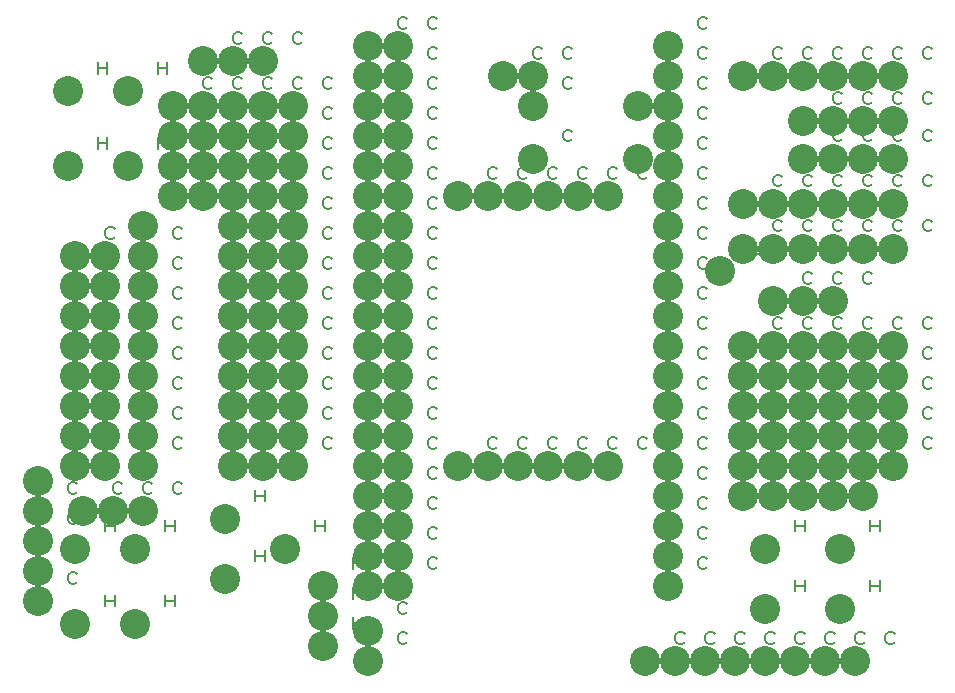
<source format=gbr>
%FSLAX35Y35*%
%MOIN*%
G04 EasyPC Gerber Version 18.0.8 Build 3632 *
%ADD11C,0.00500*%
%ADD75C,0.10000*%
X0Y0D02*
D02*
D11*
X28375Y44313D02*
X28063Y44000D01*
X27437Y43687*
X26500*
X25875Y44000*
X25563Y44313*
X25250Y44937*
Y46187*
X25563Y46813*
X25875Y47125*
X26500Y47437*
X27437*
X28063Y47125*
X28375Y46813*
Y54313D02*
X28063Y54000D01*
X27437Y53687*
X26500*
X25875Y54000*
X25563Y54313*
X25250Y54937*
Y56187*
X25563Y56813*
X25875Y57125*
X26500Y57437*
X27437*
X28063Y57125*
X28375Y56813*
Y64313D02*
X28063Y64000D01*
X27437Y63687*
X26500*
X25875Y64000*
X25563Y64313*
X25250Y64937*
Y66187*
X25563Y66813*
X25875Y67125*
X26500Y67437*
X27437*
X28063Y67125*
X28375Y66813*
Y74313D02*
X28063Y74000D01*
X27437Y73687*
X26500*
X25875Y74000*
X25563Y74313*
X25250Y74937*
Y76187*
X25563Y76813*
X25875Y77125*
X26500Y77437*
X27437*
X28063Y77125*
X28375Y76813*
Y84313D02*
X28063Y84000D01*
X27437Y83687*
X26500*
X25875Y84000*
X25563Y84313*
X25250Y84937*
Y86187*
X25563Y86813*
X25875Y87125*
X26500Y87437*
X27437*
X28063Y87125*
X28375Y86813*
X35250Y188687D02*
Y192437D01*
Y190563D02*
X38375D01*
Y188687D02*
Y192437D01*
X35250Y213687D02*
Y217437D01*
Y215563D02*
X38375D01*
Y213687D02*
Y217437D01*
X37750Y36187D02*
Y39937D01*
Y38063D02*
X40875D01*
Y36187D02*
Y39937D01*
X37750Y61187D02*
Y64937D01*
Y63063D02*
X40875D01*
Y61187D02*
Y64937D01*
Y89313D02*
X40563Y89000D01*
X39937Y88687*
X39000*
X38375Y89000*
X38063Y89313*
X37750Y89937*
Y91187*
X38063Y91813*
X38375Y92125*
X39000Y92437*
X39937*
X40563Y92125*
X40875Y91813*
Y99313D02*
X40563Y99000D01*
X39937Y98687*
X39000*
X38375Y99000*
X38063Y99313*
X37750Y99937*
Y101187*
X38063Y101813*
X38375Y102125*
X39000Y102437*
X39937*
X40563Y102125*
X40875Y101813*
Y109313D02*
X40563Y109000D01*
X39937Y108687*
X39000*
X38375Y109000*
X38063Y109313*
X37750Y109937*
Y111187*
X38063Y111813*
X38375Y112125*
X39000Y112437*
X39937*
X40563Y112125*
X40875Y111813*
Y119313D02*
X40563Y119000D01*
X39937Y118687*
X39000*
X38375Y119000*
X38063Y119313*
X37750Y119937*
Y121187*
X38063Y121813*
X38375Y122125*
X39000Y122437*
X39937*
X40563Y122125*
X40875Y121813*
Y129313D02*
X40563Y129000D01*
X39937Y128687*
X39000*
X38375Y129000*
X38063Y129313*
X37750Y129937*
Y131187*
X38063Y131813*
X38375Y132125*
X39000Y132437*
X39937*
X40563Y132125*
X40875Y131813*
Y139313D02*
X40563Y139000D01*
X39937Y138687*
X39000*
X38375Y139000*
X38063Y139313*
X37750Y139937*
Y141187*
X38063Y141813*
X38375Y142125*
X39000Y142437*
X39937*
X40563Y142125*
X40875Y141813*
Y149313D02*
X40563Y149000D01*
X39937Y148687*
X39000*
X38375Y149000*
X38063Y149313*
X37750Y149937*
Y151187*
X38063Y151813*
X38375Y152125*
X39000Y152437*
X39937*
X40563Y152125*
X40875Y151813*
Y159313D02*
X40563Y159000D01*
X39937Y158687*
X39000*
X38375Y159000*
X38063Y159313*
X37750Y159937*
Y161187*
X38063Y161813*
X38375Y162125*
X39000Y162437*
X39937*
X40563Y162125*
X40875Y161813*
X43375Y74313D02*
X43063Y74000D01*
X42437Y73687*
X41500*
X40875Y74000*
X40563Y74313*
X40250Y74937*
Y76187*
X40563Y76813*
X40875Y77125*
X41500Y77437*
X42437*
X43063Y77125*
X43375Y76813*
X50875Y89313D02*
X50563Y89000D01*
X49937Y88687*
X49000*
X48375Y89000*
X48063Y89313*
X47750Y89937*
Y91187*
X48063Y91813*
X48375Y92125*
X49000Y92437*
X49937*
X50563Y92125*
X50875Y91813*
Y99313D02*
X50563Y99000D01*
X49937Y98687*
X49000*
X48375Y99000*
X48063Y99313*
X47750Y99937*
Y101187*
X48063Y101813*
X48375Y102125*
X49000Y102437*
X49937*
X50563Y102125*
X50875Y101813*
Y109313D02*
X50563Y109000D01*
X49937Y108687*
X49000*
X48375Y109000*
X48063Y109313*
X47750Y109937*
Y111187*
X48063Y111813*
X48375Y112125*
X49000Y112437*
X49937*
X50563Y112125*
X50875Y111813*
Y119313D02*
X50563Y119000D01*
X49937Y118687*
X49000*
X48375Y119000*
X48063Y119313*
X47750Y119937*
Y121187*
X48063Y121813*
X48375Y122125*
X49000Y122437*
X49937*
X50563Y122125*
X50875Y121813*
Y129313D02*
X50563Y129000D01*
X49937Y128687*
X49000*
X48375Y129000*
X48063Y129313*
X47750Y129937*
Y131187*
X48063Y131813*
X48375Y132125*
X49000Y132437*
X49937*
X50563Y132125*
X50875Y131813*
Y139313D02*
X50563Y139000D01*
X49937Y138687*
X49000*
X48375Y139000*
X48063Y139313*
X47750Y139937*
Y141187*
X48063Y141813*
X48375Y142125*
X49000Y142437*
X49937*
X50563Y142125*
X50875Y141813*
Y149313D02*
X50563Y149000D01*
X49937Y148687*
X49000*
X48375Y149000*
X48063Y149313*
X47750Y149937*
Y151187*
X48063Y151813*
X48375Y152125*
X49000Y152437*
X49937*
X50563Y152125*
X50875Y151813*
Y159313D02*
X50563Y159000D01*
X49937Y158687*
X49000*
X48375Y159000*
X48063Y159313*
X47750Y159937*
Y161187*
X48063Y161813*
X48375Y162125*
X49000Y162437*
X49937*
X50563Y162125*
X50875Y161813*
X53375Y74313D02*
X53063Y74000D01*
X52437Y73687*
X51500*
X50875Y74000*
X50563Y74313*
X50250Y74937*
Y76187*
X50563Y76813*
X50875Y77125*
X51500Y77437*
X52437*
X53063Y77125*
X53375Y76813*
X55250Y188687D02*
Y192437D01*
Y190563D02*
X58375D01*
Y188687D02*
Y192437D01*
X55250Y213687D02*
Y217437D01*
Y215563D02*
X58375D01*
Y213687D02*
Y217437D01*
X57750Y36187D02*
Y39937D01*
Y38063D02*
X60875D01*
Y36187D02*
Y39937D01*
X57750Y61187D02*
Y64937D01*
Y63063D02*
X60875D01*
Y61187D02*
Y64937D01*
X63375Y74313D02*
X63063Y74000D01*
X62437Y73687*
X61500*
X60875Y74000*
X60563Y74313*
X60250Y74937*
Y76187*
X60563Y76813*
X60875Y77125*
X61500Y77437*
X62437*
X63063Y77125*
X63375Y76813*
Y89313D02*
X63063Y89000D01*
X62437Y88687*
X61500*
X60875Y89000*
X60563Y89313*
X60250Y89937*
Y91187*
X60563Y91813*
X60875Y92125*
X61500Y92437*
X62437*
X63063Y92125*
X63375Y91813*
Y99313D02*
X63063Y99000D01*
X62437Y98687*
X61500*
X60875Y99000*
X60563Y99313*
X60250Y99937*
Y101187*
X60563Y101813*
X60875Y102125*
X61500Y102437*
X62437*
X63063Y102125*
X63375Y101813*
Y109313D02*
X63063Y109000D01*
X62437Y108687*
X61500*
X60875Y109000*
X60563Y109313*
X60250Y109937*
Y111187*
X60563Y111813*
X60875Y112125*
X61500Y112437*
X62437*
X63063Y112125*
X63375Y111813*
Y119313D02*
X63063Y119000D01*
X62437Y118687*
X61500*
X60875Y119000*
X60563Y119313*
X60250Y119937*
Y121187*
X60563Y121813*
X60875Y122125*
X61500Y122437*
X62437*
X63063Y122125*
X63375Y121813*
Y129313D02*
X63063Y129000D01*
X62437Y128687*
X61500*
X60875Y129000*
X60563Y129313*
X60250Y129937*
Y131187*
X60563Y131813*
X60875Y132125*
X61500Y132437*
X62437*
X63063Y132125*
X63375Y131813*
Y139313D02*
X63063Y139000D01*
X62437Y138687*
X61500*
X60875Y139000*
X60563Y139313*
X60250Y139937*
Y141187*
X60563Y141813*
X60875Y142125*
X61500Y142437*
X62437*
X63063Y142125*
X63375Y141813*
Y149313D02*
X63063Y149000D01*
X62437Y148687*
X61500*
X60875Y149000*
X60563Y149313*
X60250Y149937*
Y151187*
X60563Y151813*
X60875Y152125*
X61500Y152437*
X62437*
X63063Y152125*
X63375Y151813*
Y159313D02*
X63063Y159000D01*
X62437Y158687*
X61500*
X60875Y159000*
X60563Y159313*
X60250Y159937*
Y161187*
X60563Y161813*
X60875Y162125*
X61500Y162437*
X62437*
X63063Y162125*
X63375Y161813*
Y169313D02*
X63063Y169000D01*
X62437Y168687*
X61500*
X60875Y169000*
X60563Y169313*
X60250Y169937*
Y171187*
X60563Y171813*
X60875Y172125*
X61500Y172437*
X62437*
X63063Y172125*
X63375Y171813*
X73375Y179313D02*
X73063Y179000D01*
X72437Y178687*
X71500*
X70875Y179000*
X70563Y179313*
X70250Y179937*
Y181187*
X70563Y181813*
X70875Y182125*
X71500Y182437*
X72437*
X73063Y182125*
X73375Y181813*
Y189313D02*
X73063Y189000D01*
X72437Y188687*
X71500*
X70875Y189000*
X70563Y189313*
X70250Y189937*
Y191187*
X70563Y191813*
X70875Y192125*
X71500Y192437*
X72437*
X73063Y192125*
X73375Y191813*
Y199313D02*
X73063Y199000D01*
X72437Y198687*
X71500*
X70875Y199000*
X70563Y199313*
X70250Y199937*
Y201187*
X70563Y201813*
X70875Y202125*
X71500Y202437*
X72437*
X73063Y202125*
X73375Y201813*
Y209313D02*
X73063Y209000D01*
X72437Y208687*
X71500*
X70875Y209000*
X70563Y209313*
X70250Y209937*
Y211187*
X70563Y211813*
X70875Y212125*
X71500Y212437*
X72437*
X73063Y212125*
X73375Y211813*
X83375Y179313D02*
X83063Y179000D01*
X82437Y178687*
X81500*
X80875Y179000*
X80563Y179313*
X80250Y179937*
Y181187*
X80563Y181813*
X80875Y182125*
X81500Y182437*
X82437*
X83063Y182125*
X83375Y181813*
Y189313D02*
X83063Y189000D01*
X82437Y188687*
X81500*
X80875Y189000*
X80563Y189313*
X80250Y189937*
Y191187*
X80563Y191813*
X80875Y192125*
X81500Y192437*
X82437*
X83063Y192125*
X83375Y191813*
Y199313D02*
X83063Y199000D01*
X82437Y198687*
X81500*
X80875Y199000*
X80563Y199313*
X80250Y199937*
Y201187*
X80563Y201813*
X80875Y202125*
X81500Y202437*
X82437*
X83063Y202125*
X83375Y201813*
Y209313D02*
X83063Y209000D01*
X82437Y208687*
X81500*
X80875Y209000*
X80563Y209313*
X80250Y209937*
Y211187*
X80563Y211813*
X80875Y212125*
X81500Y212437*
X82437*
X83063Y212125*
X83375Y211813*
Y224313D02*
X83063Y224000D01*
X82437Y223687*
X81500*
X80875Y224000*
X80563Y224313*
X80250Y224937*
Y226187*
X80563Y226813*
X80875Y227125*
X81500Y227437*
X82437*
X83063Y227125*
X83375Y226813*
X87750Y51187D02*
Y54937D01*
Y53063D02*
X90875D01*
Y51187D02*
Y54937D01*
X87750Y71187D02*
Y74937D01*
Y73063D02*
X90875D01*
Y71187D02*
Y74937D01*
X93375Y89313D02*
X93063Y89000D01*
X92437Y88687*
X91500*
X90875Y89000*
X90563Y89313*
X90250Y89937*
Y91187*
X90563Y91813*
X90875Y92125*
X91500Y92437*
X92437*
X93063Y92125*
X93375Y91813*
Y99313D02*
X93063Y99000D01*
X92437Y98687*
X91500*
X90875Y99000*
X90563Y99313*
X90250Y99937*
Y101187*
X90563Y101813*
X90875Y102125*
X91500Y102437*
X92437*
X93063Y102125*
X93375Y101813*
Y109313D02*
X93063Y109000D01*
X92437Y108687*
X91500*
X90875Y109000*
X90563Y109313*
X90250Y109937*
Y111187*
X90563Y111813*
X90875Y112125*
X91500Y112437*
X92437*
X93063Y112125*
X93375Y111813*
Y119313D02*
X93063Y119000D01*
X92437Y118687*
X91500*
X90875Y119000*
X90563Y119313*
X90250Y119937*
Y121187*
X90563Y121813*
X90875Y122125*
X91500Y122437*
X92437*
X93063Y122125*
X93375Y121813*
Y129313D02*
X93063Y129000D01*
X92437Y128687*
X91500*
X90875Y129000*
X90563Y129313*
X90250Y129937*
Y131187*
X90563Y131813*
X90875Y132125*
X91500Y132437*
X92437*
X93063Y132125*
X93375Y131813*
Y139313D02*
X93063Y139000D01*
X92437Y138687*
X91500*
X90875Y139000*
X90563Y139313*
X90250Y139937*
Y141187*
X90563Y141813*
X90875Y142125*
X91500Y142437*
X92437*
X93063Y142125*
X93375Y141813*
Y149313D02*
X93063Y149000D01*
X92437Y148687*
X91500*
X90875Y149000*
X90563Y149313*
X90250Y149937*
Y151187*
X90563Y151813*
X90875Y152125*
X91500Y152437*
X92437*
X93063Y152125*
X93375Y151813*
Y159313D02*
X93063Y159000D01*
X92437Y158687*
X91500*
X90875Y159000*
X90563Y159313*
X90250Y159937*
Y161187*
X90563Y161813*
X90875Y162125*
X91500Y162437*
X92437*
X93063Y162125*
X93375Y161813*
Y169313D02*
X93063Y169000D01*
X92437Y168687*
X91500*
X90875Y169000*
X90563Y169313*
X90250Y169937*
Y171187*
X90563Y171813*
X90875Y172125*
X91500Y172437*
X92437*
X93063Y172125*
X93375Y171813*
Y179313D02*
X93063Y179000D01*
X92437Y178687*
X91500*
X90875Y179000*
X90563Y179313*
X90250Y179937*
Y181187*
X90563Y181813*
X90875Y182125*
X91500Y182437*
X92437*
X93063Y182125*
X93375Y181813*
Y189313D02*
X93063Y189000D01*
X92437Y188687*
X91500*
X90875Y189000*
X90563Y189313*
X90250Y189937*
Y191187*
X90563Y191813*
X90875Y192125*
X91500Y192437*
X92437*
X93063Y192125*
X93375Y191813*
Y199313D02*
X93063Y199000D01*
X92437Y198687*
X91500*
X90875Y199000*
X90563Y199313*
X90250Y199937*
Y201187*
X90563Y201813*
X90875Y202125*
X91500Y202437*
X92437*
X93063Y202125*
X93375Y201813*
Y209313D02*
X93063Y209000D01*
X92437Y208687*
X91500*
X90875Y209000*
X90563Y209313*
X90250Y209937*
Y211187*
X90563Y211813*
X90875Y212125*
X91500Y212437*
X92437*
X93063Y212125*
X93375Y211813*
Y224313D02*
X93063Y224000D01*
X92437Y223687*
X91500*
X90875Y224000*
X90563Y224313*
X90250Y224937*
Y226187*
X90563Y226813*
X90875Y227125*
X91500Y227437*
X92437*
X93063Y227125*
X93375Y226813*
X103375Y89313D02*
X103063Y89000D01*
X102437Y88687*
X101500*
X100875Y89000*
X100563Y89313*
X100250Y89937*
Y91187*
X100563Y91813*
X100875Y92125*
X101500Y92437*
X102437*
X103063Y92125*
X103375Y91813*
Y99313D02*
X103063Y99000D01*
X102437Y98687*
X101500*
X100875Y99000*
X100563Y99313*
X100250Y99937*
Y101187*
X100563Y101813*
X100875Y102125*
X101500Y102437*
X102437*
X103063Y102125*
X103375Y101813*
Y109313D02*
X103063Y109000D01*
X102437Y108687*
X101500*
X100875Y109000*
X100563Y109313*
X100250Y109937*
Y111187*
X100563Y111813*
X100875Y112125*
X101500Y112437*
X102437*
X103063Y112125*
X103375Y111813*
Y119313D02*
X103063Y119000D01*
X102437Y118687*
X101500*
X100875Y119000*
X100563Y119313*
X100250Y119937*
Y121187*
X100563Y121813*
X100875Y122125*
X101500Y122437*
X102437*
X103063Y122125*
X103375Y121813*
Y129313D02*
X103063Y129000D01*
X102437Y128687*
X101500*
X100875Y129000*
X100563Y129313*
X100250Y129937*
Y131187*
X100563Y131813*
X100875Y132125*
X101500Y132437*
X102437*
X103063Y132125*
X103375Y131813*
Y139313D02*
X103063Y139000D01*
X102437Y138687*
X101500*
X100875Y139000*
X100563Y139313*
X100250Y139937*
Y141187*
X100563Y141813*
X100875Y142125*
X101500Y142437*
X102437*
X103063Y142125*
X103375Y141813*
Y149313D02*
X103063Y149000D01*
X102437Y148687*
X101500*
X100875Y149000*
X100563Y149313*
X100250Y149937*
Y151187*
X100563Y151813*
X100875Y152125*
X101500Y152437*
X102437*
X103063Y152125*
X103375Y151813*
Y159313D02*
X103063Y159000D01*
X102437Y158687*
X101500*
X100875Y159000*
X100563Y159313*
X100250Y159937*
Y161187*
X100563Y161813*
X100875Y162125*
X101500Y162437*
X102437*
X103063Y162125*
X103375Y161813*
Y169313D02*
X103063Y169000D01*
X102437Y168687*
X101500*
X100875Y169000*
X100563Y169313*
X100250Y169937*
Y171187*
X100563Y171813*
X100875Y172125*
X101500Y172437*
X102437*
X103063Y172125*
X103375Y171813*
Y179313D02*
X103063Y179000D01*
X102437Y178687*
X101500*
X100875Y179000*
X100563Y179313*
X100250Y179937*
Y181187*
X100563Y181813*
X100875Y182125*
X101500Y182437*
X102437*
X103063Y182125*
X103375Y181813*
Y189313D02*
X103063Y189000D01*
X102437Y188687*
X101500*
X100875Y189000*
X100563Y189313*
X100250Y189937*
Y191187*
X100563Y191813*
X100875Y192125*
X101500Y192437*
X102437*
X103063Y192125*
X103375Y191813*
Y199313D02*
X103063Y199000D01*
X102437Y198687*
X101500*
X100875Y199000*
X100563Y199313*
X100250Y199937*
Y201187*
X100563Y201813*
X100875Y202125*
X101500Y202437*
X102437*
X103063Y202125*
X103375Y201813*
Y209313D02*
X103063Y209000D01*
X102437Y208687*
X101500*
X100875Y209000*
X100563Y209313*
X100250Y209937*
Y211187*
X100563Y211813*
X100875Y212125*
X101500Y212437*
X102437*
X103063Y212125*
X103375Y211813*
Y224313D02*
X103063Y224000D01*
X102437Y223687*
X101500*
X100875Y224000*
X100563Y224313*
X100250Y224937*
Y226187*
X100563Y226813*
X100875Y227125*
X101500Y227437*
X102437*
X103063Y227125*
X103375Y226813*
X107750Y61187D02*
Y64937D01*
Y63063D02*
X110875D01*
Y61187D02*
Y64937D01*
X113375Y89313D02*
X113063Y89000D01*
X112437Y88687*
X111500*
X110875Y89000*
X110563Y89313*
X110250Y89937*
Y91187*
X110563Y91813*
X110875Y92125*
X111500Y92437*
X112437*
X113063Y92125*
X113375Y91813*
Y99313D02*
X113063Y99000D01*
X112437Y98687*
X111500*
X110875Y99000*
X110563Y99313*
X110250Y99937*
Y101187*
X110563Y101813*
X110875Y102125*
X111500Y102437*
X112437*
X113063Y102125*
X113375Y101813*
Y109313D02*
X113063Y109000D01*
X112437Y108687*
X111500*
X110875Y109000*
X110563Y109313*
X110250Y109937*
Y111187*
X110563Y111813*
X110875Y112125*
X111500Y112437*
X112437*
X113063Y112125*
X113375Y111813*
Y119313D02*
X113063Y119000D01*
X112437Y118687*
X111500*
X110875Y119000*
X110563Y119313*
X110250Y119937*
Y121187*
X110563Y121813*
X110875Y122125*
X111500Y122437*
X112437*
X113063Y122125*
X113375Y121813*
Y129313D02*
X113063Y129000D01*
X112437Y128687*
X111500*
X110875Y129000*
X110563Y129313*
X110250Y129937*
Y131187*
X110563Y131813*
X110875Y132125*
X111500Y132437*
X112437*
X113063Y132125*
X113375Y131813*
Y139313D02*
X113063Y139000D01*
X112437Y138687*
X111500*
X110875Y139000*
X110563Y139313*
X110250Y139937*
Y141187*
X110563Y141813*
X110875Y142125*
X111500Y142437*
X112437*
X113063Y142125*
X113375Y141813*
Y149313D02*
X113063Y149000D01*
X112437Y148687*
X111500*
X110875Y149000*
X110563Y149313*
X110250Y149937*
Y151187*
X110563Y151813*
X110875Y152125*
X111500Y152437*
X112437*
X113063Y152125*
X113375Y151813*
Y159313D02*
X113063Y159000D01*
X112437Y158687*
X111500*
X110875Y159000*
X110563Y159313*
X110250Y159937*
Y161187*
X110563Y161813*
X110875Y162125*
X111500Y162437*
X112437*
X113063Y162125*
X113375Y161813*
Y169313D02*
X113063Y169000D01*
X112437Y168687*
X111500*
X110875Y169000*
X110563Y169313*
X110250Y169937*
Y171187*
X110563Y171813*
X110875Y172125*
X111500Y172437*
X112437*
X113063Y172125*
X113375Y171813*
Y179313D02*
X113063Y179000D01*
X112437Y178687*
X111500*
X110875Y179000*
X110563Y179313*
X110250Y179937*
Y181187*
X110563Y181813*
X110875Y182125*
X111500Y182437*
X112437*
X113063Y182125*
X113375Y181813*
Y189313D02*
X113063Y189000D01*
X112437Y188687*
X111500*
X110875Y189000*
X110563Y189313*
X110250Y189937*
Y191187*
X110563Y191813*
X110875Y192125*
X111500Y192437*
X112437*
X113063Y192125*
X113375Y191813*
Y199313D02*
X113063Y199000D01*
X112437Y198687*
X111500*
X110875Y199000*
X110563Y199313*
X110250Y199937*
Y201187*
X110563Y201813*
X110875Y202125*
X111500Y202437*
X112437*
X113063Y202125*
X113375Y201813*
Y209313D02*
X113063Y209000D01*
X112437Y208687*
X111500*
X110875Y209000*
X110563Y209313*
X110250Y209937*
Y211187*
X110563Y211813*
X110875Y212125*
X111500Y212437*
X112437*
X113063Y212125*
X113375Y211813*
X120250Y28687D02*
Y32437D01*
Y30563D02*
X123375D01*
Y28687D02*
Y32437D01*
X120250Y38687D02*
Y42437D01*
Y40563D02*
X123375D01*
Y38687D02*
Y42437D01*
X120250Y48687D02*
Y52437D01*
Y50563D02*
X123375D01*
Y48687D02*
Y52437D01*
X138375Y24313D02*
X138063Y24000D01*
X137437Y23687*
X136500*
X135875Y24000*
X135563Y24313*
X135250Y24937*
Y26187*
X135563Y26813*
X135875Y27125*
X136500Y27437*
X137437*
X138063Y27125*
X138375Y26813*
Y34313D02*
X138063Y34000D01*
X137437Y33687*
X136500*
X135875Y34000*
X135563Y34313*
X135250Y34937*
Y36187*
X135563Y36813*
X135875Y37125*
X136500Y37437*
X137437*
X138063Y37125*
X138375Y36813*
Y49313D02*
X138063Y49000D01*
X137437Y48687*
X136500*
X135875Y49000*
X135563Y49313*
X135250Y49937*
Y51187*
X135563Y51813*
X135875Y52125*
X136500Y52437*
X137437*
X138063Y52125*
X138375Y51813*
Y59313D02*
X138063Y59000D01*
X137437Y58687*
X136500*
X135875Y59000*
X135563Y59313*
X135250Y59937*
Y61187*
X135563Y61813*
X135875Y62125*
X136500Y62437*
X137437*
X138063Y62125*
X138375Y61813*
Y69313D02*
X138063Y69000D01*
X137437Y68687*
X136500*
X135875Y69000*
X135563Y69313*
X135250Y69937*
Y71187*
X135563Y71813*
X135875Y72125*
X136500Y72437*
X137437*
X138063Y72125*
X138375Y71813*
Y79313D02*
X138063Y79000D01*
X137437Y78687*
X136500*
X135875Y79000*
X135563Y79313*
X135250Y79937*
Y81187*
X135563Y81813*
X135875Y82125*
X136500Y82437*
X137437*
X138063Y82125*
X138375Y81813*
Y89313D02*
X138063Y89000D01*
X137437Y88687*
X136500*
X135875Y89000*
X135563Y89313*
X135250Y89937*
Y91187*
X135563Y91813*
X135875Y92125*
X136500Y92437*
X137437*
X138063Y92125*
X138375Y91813*
Y99313D02*
X138063Y99000D01*
X137437Y98687*
X136500*
X135875Y99000*
X135563Y99313*
X135250Y99937*
Y101187*
X135563Y101813*
X135875Y102125*
X136500Y102437*
X137437*
X138063Y102125*
X138375Y101813*
Y109313D02*
X138063Y109000D01*
X137437Y108687*
X136500*
X135875Y109000*
X135563Y109313*
X135250Y109937*
Y111187*
X135563Y111813*
X135875Y112125*
X136500Y112437*
X137437*
X138063Y112125*
X138375Y111813*
Y119313D02*
X138063Y119000D01*
X137437Y118687*
X136500*
X135875Y119000*
X135563Y119313*
X135250Y119937*
Y121187*
X135563Y121813*
X135875Y122125*
X136500Y122437*
X137437*
X138063Y122125*
X138375Y121813*
Y129313D02*
X138063Y129000D01*
X137437Y128687*
X136500*
X135875Y129000*
X135563Y129313*
X135250Y129937*
Y131187*
X135563Y131813*
X135875Y132125*
X136500Y132437*
X137437*
X138063Y132125*
X138375Y131813*
Y139313D02*
X138063Y139000D01*
X137437Y138687*
X136500*
X135875Y139000*
X135563Y139313*
X135250Y139937*
Y141187*
X135563Y141813*
X135875Y142125*
X136500Y142437*
X137437*
X138063Y142125*
X138375Y141813*
Y149313D02*
X138063Y149000D01*
X137437Y148687*
X136500*
X135875Y149000*
X135563Y149313*
X135250Y149937*
Y151187*
X135563Y151813*
X135875Y152125*
X136500Y152437*
X137437*
X138063Y152125*
X138375Y151813*
Y159313D02*
X138063Y159000D01*
X137437Y158687*
X136500*
X135875Y159000*
X135563Y159313*
X135250Y159937*
Y161187*
X135563Y161813*
X135875Y162125*
X136500Y162437*
X137437*
X138063Y162125*
X138375Y161813*
Y169313D02*
X138063Y169000D01*
X137437Y168687*
X136500*
X135875Y169000*
X135563Y169313*
X135250Y169937*
Y171187*
X135563Y171813*
X135875Y172125*
X136500Y172437*
X137437*
X138063Y172125*
X138375Y171813*
Y179313D02*
X138063Y179000D01*
X137437Y178687*
X136500*
X135875Y179000*
X135563Y179313*
X135250Y179937*
Y181187*
X135563Y181813*
X135875Y182125*
X136500Y182437*
X137437*
X138063Y182125*
X138375Y181813*
Y189313D02*
X138063Y189000D01*
X137437Y188687*
X136500*
X135875Y189000*
X135563Y189313*
X135250Y189937*
Y191187*
X135563Y191813*
X135875Y192125*
X136500Y192437*
X137437*
X138063Y192125*
X138375Y191813*
Y199313D02*
X138063Y199000D01*
X137437Y198687*
X136500*
X135875Y199000*
X135563Y199313*
X135250Y199937*
Y201187*
X135563Y201813*
X135875Y202125*
X136500Y202437*
X137437*
X138063Y202125*
X138375Y201813*
Y209313D02*
X138063Y209000D01*
X137437Y208687*
X136500*
X135875Y209000*
X135563Y209313*
X135250Y209937*
Y211187*
X135563Y211813*
X135875Y212125*
X136500Y212437*
X137437*
X138063Y212125*
X138375Y211813*
Y219313D02*
X138063Y219000D01*
X137437Y218687*
X136500*
X135875Y219000*
X135563Y219313*
X135250Y219937*
Y221187*
X135563Y221813*
X135875Y222125*
X136500Y222437*
X137437*
X138063Y222125*
X138375Y221813*
Y229313D02*
X138063Y229000D01*
X137437Y228687*
X136500*
X135875Y229000*
X135563Y229313*
X135250Y229937*
Y231187*
X135563Y231813*
X135875Y232125*
X136500Y232437*
X137437*
X138063Y232125*
X138375Y231813*
X148375Y49313D02*
X148063Y49000D01*
X147437Y48687*
X146500*
X145875Y49000*
X145563Y49313*
X145250Y49937*
Y51187*
X145563Y51813*
X145875Y52125*
X146500Y52437*
X147437*
X148063Y52125*
X148375Y51813*
Y59313D02*
X148063Y59000D01*
X147437Y58687*
X146500*
X145875Y59000*
X145563Y59313*
X145250Y59937*
Y61187*
X145563Y61813*
X145875Y62125*
X146500Y62437*
X147437*
X148063Y62125*
X148375Y61813*
Y69313D02*
X148063Y69000D01*
X147437Y68687*
X146500*
X145875Y69000*
X145563Y69313*
X145250Y69937*
Y71187*
X145563Y71813*
X145875Y72125*
X146500Y72437*
X147437*
X148063Y72125*
X148375Y71813*
Y79313D02*
X148063Y79000D01*
X147437Y78687*
X146500*
X145875Y79000*
X145563Y79313*
X145250Y79937*
Y81187*
X145563Y81813*
X145875Y82125*
X146500Y82437*
X147437*
X148063Y82125*
X148375Y81813*
Y89313D02*
X148063Y89000D01*
X147437Y88687*
X146500*
X145875Y89000*
X145563Y89313*
X145250Y89937*
Y91187*
X145563Y91813*
X145875Y92125*
X146500Y92437*
X147437*
X148063Y92125*
X148375Y91813*
Y99313D02*
X148063Y99000D01*
X147437Y98687*
X146500*
X145875Y99000*
X145563Y99313*
X145250Y99937*
Y101187*
X145563Y101813*
X145875Y102125*
X146500Y102437*
X147437*
X148063Y102125*
X148375Y101813*
Y109313D02*
X148063Y109000D01*
X147437Y108687*
X146500*
X145875Y109000*
X145563Y109313*
X145250Y109937*
Y111187*
X145563Y111813*
X145875Y112125*
X146500Y112437*
X147437*
X148063Y112125*
X148375Y111813*
Y119313D02*
X148063Y119000D01*
X147437Y118687*
X146500*
X145875Y119000*
X145563Y119313*
X145250Y119937*
Y121187*
X145563Y121813*
X145875Y122125*
X146500Y122437*
X147437*
X148063Y122125*
X148375Y121813*
Y129313D02*
X148063Y129000D01*
X147437Y128687*
X146500*
X145875Y129000*
X145563Y129313*
X145250Y129937*
Y131187*
X145563Y131813*
X145875Y132125*
X146500Y132437*
X147437*
X148063Y132125*
X148375Y131813*
Y139313D02*
X148063Y139000D01*
X147437Y138687*
X146500*
X145875Y139000*
X145563Y139313*
X145250Y139937*
Y141187*
X145563Y141813*
X145875Y142125*
X146500Y142437*
X147437*
X148063Y142125*
X148375Y141813*
Y149313D02*
X148063Y149000D01*
X147437Y148687*
X146500*
X145875Y149000*
X145563Y149313*
X145250Y149937*
Y151187*
X145563Y151813*
X145875Y152125*
X146500Y152437*
X147437*
X148063Y152125*
X148375Y151813*
Y159313D02*
X148063Y159000D01*
X147437Y158687*
X146500*
X145875Y159000*
X145563Y159313*
X145250Y159937*
Y161187*
X145563Y161813*
X145875Y162125*
X146500Y162437*
X147437*
X148063Y162125*
X148375Y161813*
Y169313D02*
X148063Y169000D01*
X147437Y168687*
X146500*
X145875Y169000*
X145563Y169313*
X145250Y169937*
Y171187*
X145563Y171813*
X145875Y172125*
X146500Y172437*
X147437*
X148063Y172125*
X148375Y171813*
Y179313D02*
X148063Y179000D01*
X147437Y178687*
X146500*
X145875Y179000*
X145563Y179313*
X145250Y179937*
Y181187*
X145563Y181813*
X145875Y182125*
X146500Y182437*
X147437*
X148063Y182125*
X148375Y181813*
Y189313D02*
X148063Y189000D01*
X147437Y188687*
X146500*
X145875Y189000*
X145563Y189313*
X145250Y189937*
Y191187*
X145563Y191813*
X145875Y192125*
X146500Y192437*
X147437*
X148063Y192125*
X148375Y191813*
Y199313D02*
X148063Y199000D01*
X147437Y198687*
X146500*
X145875Y199000*
X145563Y199313*
X145250Y199937*
Y201187*
X145563Y201813*
X145875Y202125*
X146500Y202437*
X147437*
X148063Y202125*
X148375Y201813*
Y209313D02*
X148063Y209000D01*
X147437Y208687*
X146500*
X145875Y209000*
X145563Y209313*
X145250Y209937*
Y211187*
X145563Y211813*
X145875Y212125*
X146500Y212437*
X147437*
X148063Y212125*
X148375Y211813*
Y219313D02*
X148063Y219000D01*
X147437Y218687*
X146500*
X145875Y219000*
X145563Y219313*
X145250Y219937*
Y221187*
X145563Y221813*
X145875Y222125*
X146500Y222437*
X147437*
X148063Y222125*
X148375Y221813*
Y229313D02*
X148063Y229000D01*
X147437Y228687*
X146500*
X145875Y229000*
X145563Y229313*
X145250Y229937*
Y231187*
X145563Y231813*
X145875Y232125*
X146500Y232437*
X147437*
X148063Y232125*
X148375Y231813*
X168375Y89313D02*
X168063Y89000D01*
X167437Y88687*
X166500*
X165875Y89000*
X165563Y89313*
X165250Y89937*
Y91187*
X165563Y91813*
X165875Y92125*
X166500Y92437*
X167437*
X168063Y92125*
X168375Y91813*
Y179313D02*
X168063Y179000D01*
X167437Y178687*
X166500*
X165875Y179000*
X165563Y179313*
X165250Y179937*
Y181187*
X165563Y181813*
X165875Y182125*
X166500Y182437*
X167437*
X168063Y182125*
X168375Y181813*
X178375Y89313D02*
X178063Y89000D01*
X177437Y88687*
X176500*
X175875Y89000*
X175563Y89313*
X175250Y89937*
Y91187*
X175563Y91813*
X175875Y92125*
X176500Y92437*
X177437*
X178063Y92125*
X178375Y91813*
Y179313D02*
X178063Y179000D01*
X177437Y178687*
X176500*
X175875Y179000*
X175563Y179313*
X175250Y179937*
Y181187*
X175563Y181813*
X175875Y182125*
X176500Y182437*
X177437*
X178063Y182125*
X178375Y181813*
X183375Y219313D02*
X183063Y219000D01*
X182437Y218687*
X181500*
X180875Y219000*
X180563Y219313*
X180250Y219937*
Y221187*
X180563Y221813*
X180875Y222125*
X181500Y222437*
X182437*
X183063Y222125*
X183375Y221813*
X188375Y89313D02*
X188063Y89000D01*
X187437Y88687*
X186500*
X185875Y89000*
X185563Y89313*
X185250Y89937*
Y91187*
X185563Y91813*
X185875Y92125*
X186500Y92437*
X187437*
X188063Y92125*
X188375Y91813*
Y179313D02*
X188063Y179000D01*
X187437Y178687*
X186500*
X185875Y179000*
X185563Y179313*
X185250Y179937*
Y181187*
X185563Y181813*
X185875Y182125*
X186500Y182437*
X187437*
X188063Y182125*
X188375Y181813*
X193375Y191813D02*
X193063Y191500D01*
X192437Y191187*
X191500*
X190875Y191500*
X190563Y191813*
X190250Y192437*
Y193687*
X190563Y194313*
X190875Y194625*
X191500Y194937*
X192437*
X193063Y194625*
X193375Y194313*
Y209313D02*
X193063Y209000D01*
X192437Y208687*
X191500*
X190875Y209000*
X190563Y209313*
X190250Y209937*
Y211187*
X190563Y211813*
X190875Y212125*
X191500Y212437*
X192437*
X193063Y212125*
X193375Y211813*
Y219313D02*
X193063Y219000D01*
X192437Y218687*
X191500*
X190875Y219000*
X190563Y219313*
X190250Y219937*
Y221187*
X190563Y221813*
X190875Y222125*
X191500Y222437*
X192437*
X193063Y222125*
X193375Y221813*
X198375Y89313D02*
X198063Y89000D01*
X197437Y88687*
X196500*
X195875Y89000*
X195563Y89313*
X195250Y89937*
Y91187*
X195563Y91813*
X195875Y92125*
X196500Y92437*
X197437*
X198063Y92125*
X198375Y91813*
Y179313D02*
X198063Y179000D01*
X197437Y178687*
X196500*
X195875Y179000*
X195563Y179313*
X195250Y179937*
Y181187*
X195563Y181813*
X195875Y182125*
X196500Y182437*
X197437*
X198063Y182125*
X198375Y181813*
X208375Y89313D02*
X208063Y89000D01*
X207437Y88687*
X206500*
X205875Y89000*
X205563Y89313*
X205250Y89937*
Y91187*
X205563Y91813*
X205875Y92125*
X206500Y92437*
X207437*
X208063Y92125*
X208375Y91813*
Y179313D02*
X208063Y179000D01*
X207437Y178687*
X206500*
X205875Y179000*
X205563Y179313*
X205250Y179937*
Y181187*
X205563Y181813*
X205875Y182125*
X206500Y182437*
X207437*
X208063Y182125*
X208375Y181813*
X218375Y89313D02*
X218063Y89000D01*
X217437Y88687*
X216500*
X215875Y89000*
X215563Y89313*
X215250Y89937*
Y91187*
X215563Y91813*
X215875Y92125*
X216500Y92437*
X217437*
X218063Y92125*
X218375Y91813*
Y179313D02*
X218063Y179000D01*
X217437Y178687*
X216500*
X215875Y179000*
X215563Y179313*
X215250Y179937*
Y181187*
X215563Y181813*
X215875Y182125*
X216500Y182437*
X217437*
X218063Y182125*
X218375Y181813*
X228375Y191813D02*
X228063Y191500D01*
X227437Y191187*
X226500*
X225875Y191500*
X225563Y191813*
X225250Y192437*
Y193687*
X225563Y194313*
X225875Y194625*
X226500Y194937*
X227437*
X228063Y194625*
X228375Y194313*
Y209313D02*
X228063Y209000D01*
X227437Y208687*
X226500*
X225875Y209000*
X225563Y209313*
X225250Y209937*
Y211187*
X225563Y211813*
X225875Y212125*
X226500Y212437*
X227437*
X228063Y212125*
X228375Y211813*
X230875Y24313D02*
X230563Y24000D01*
X229937Y23687*
X229000*
X228375Y24000*
X228063Y24313*
X227750Y24937*
Y26187*
X228063Y26813*
X228375Y27125*
X229000Y27437*
X229937*
X230563Y27125*
X230875Y26813*
X238375Y49313D02*
X238063Y49000D01*
X237437Y48687*
X236500*
X235875Y49000*
X235563Y49313*
X235250Y49937*
Y51187*
X235563Y51813*
X235875Y52125*
X236500Y52437*
X237437*
X238063Y52125*
X238375Y51813*
Y59313D02*
X238063Y59000D01*
X237437Y58687*
X236500*
X235875Y59000*
X235563Y59313*
X235250Y59937*
Y61187*
X235563Y61813*
X235875Y62125*
X236500Y62437*
X237437*
X238063Y62125*
X238375Y61813*
Y69313D02*
X238063Y69000D01*
X237437Y68687*
X236500*
X235875Y69000*
X235563Y69313*
X235250Y69937*
Y71187*
X235563Y71813*
X235875Y72125*
X236500Y72437*
X237437*
X238063Y72125*
X238375Y71813*
Y79313D02*
X238063Y79000D01*
X237437Y78687*
X236500*
X235875Y79000*
X235563Y79313*
X235250Y79937*
Y81187*
X235563Y81813*
X235875Y82125*
X236500Y82437*
X237437*
X238063Y82125*
X238375Y81813*
Y89313D02*
X238063Y89000D01*
X237437Y88687*
X236500*
X235875Y89000*
X235563Y89313*
X235250Y89937*
Y91187*
X235563Y91813*
X235875Y92125*
X236500Y92437*
X237437*
X238063Y92125*
X238375Y91813*
Y99313D02*
X238063Y99000D01*
X237437Y98687*
X236500*
X235875Y99000*
X235563Y99313*
X235250Y99937*
Y101187*
X235563Y101813*
X235875Y102125*
X236500Y102437*
X237437*
X238063Y102125*
X238375Y101813*
Y109313D02*
X238063Y109000D01*
X237437Y108687*
X236500*
X235875Y109000*
X235563Y109313*
X235250Y109937*
Y111187*
X235563Y111813*
X235875Y112125*
X236500Y112437*
X237437*
X238063Y112125*
X238375Y111813*
Y119313D02*
X238063Y119000D01*
X237437Y118687*
X236500*
X235875Y119000*
X235563Y119313*
X235250Y119937*
Y121187*
X235563Y121813*
X235875Y122125*
X236500Y122437*
X237437*
X238063Y122125*
X238375Y121813*
Y129313D02*
X238063Y129000D01*
X237437Y128687*
X236500*
X235875Y129000*
X235563Y129313*
X235250Y129937*
Y131187*
X235563Y131813*
X235875Y132125*
X236500Y132437*
X237437*
X238063Y132125*
X238375Y131813*
Y139313D02*
X238063Y139000D01*
X237437Y138687*
X236500*
X235875Y139000*
X235563Y139313*
X235250Y139937*
Y141187*
X235563Y141813*
X235875Y142125*
X236500Y142437*
X237437*
X238063Y142125*
X238375Y141813*
Y149313D02*
X238063Y149000D01*
X237437Y148687*
X236500*
X235875Y149000*
X235563Y149313*
X235250Y149937*
Y151187*
X235563Y151813*
X235875Y152125*
X236500Y152437*
X237437*
X238063Y152125*
X238375Y151813*
Y159313D02*
X238063Y159000D01*
X237437Y158687*
X236500*
X235875Y159000*
X235563Y159313*
X235250Y159937*
Y161187*
X235563Y161813*
X235875Y162125*
X236500Y162437*
X237437*
X238063Y162125*
X238375Y161813*
Y169313D02*
X238063Y169000D01*
X237437Y168687*
X236500*
X235875Y169000*
X235563Y169313*
X235250Y169937*
Y171187*
X235563Y171813*
X235875Y172125*
X236500Y172437*
X237437*
X238063Y172125*
X238375Y171813*
Y179313D02*
X238063Y179000D01*
X237437Y178687*
X236500*
X235875Y179000*
X235563Y179313*
X235250Y179937*
Y181187*
X235563Y181813*
X235875Y182125*
X236500Y182437*
X237437*
X238063Y182125*
X238375Y181813*
Y189313D02*
X238063Y189000D01*
X237437Y188687*
X236500*
X235875Y189000*
X235563Y189313*
X235250Y189937*
Y191187*
X235563Y191813*
X235875Y192125*
X236500Y192437*
X237437*
X238063Y192125*
X238375Y191813*
Y199313D02*
X238063Y199000D01*
X237437Y198687*
X236500*
X235875Y199000*
X235563Y199313*
X235250Y199937*
Y201187*
X235563Y201813*
X235875Y202125*
X236500Y202437*
X237437*
X238063Y202125*
X238375Y201813*
Y209313D02*
X238063Y209000D01*
X237437Y208687*
X236500*
X235875Y209000*
X235563Y209313*
X235250Y209937*
Y211187*
X235563Y211813*
X235875Y212125*
X236500Y212437*
X237437*
X238063Y212125*
X238375Y211813*
Y219313D02*
X238063Y219000D01*
X237437Y218687*
X236500*
X235875Y219000*
X235563Y219313*
X235250Y219937*
Y221187*
X235563Y221813*
X235875Y222125*
X236500Y222437*
X237437*
X238063Y222125*
X238375Y221813*
Y229313D02*
X238063Y229000D01*
X237437Y228687*
X236500*
X235875Y229000*
X235563Y229313*
X235250Y229937*
Y231187*
X235563Y231813*
X235875Y232125*
X236500Y232437*
X237437*
X238063Y232125*
X238375Y231813*
X240875Y24313D02*
X240563Y24000D01*
X239937Y23687*
X239000*
X238375Y24000*
X238063Y24313*
X237750Y24937*
Y26187*
X238063Y26813*
X238375Y27125*
X239000Y27437*
X239937*
X240563Y27125*
X240875Y26813*
X250875Y24313D02*
X250563Y24000D01*
X249937Y23687*
X249000*
X248375Y24000*
X248063Y24313*
X247750Y24937*
Y26187*
X248063Y26813*
X248375Y27125*
X249000Y27437*
X249937*
X250563Y27125*
X250875Y26813*
X252750Y157437D02*
Y153687D01*
X255875*
X260875Y24313D02*
X260563Y24000D01*
X259937Y23687*
X259000*
X258375Y24000*
X258063Y24313*
X257750Y24937*
Y26187*
X258063Y26813*
X258375Y27125*
X259000Y27437*
X259937*
X260563Y27125*
X260875Y26813*
X263375Y79313D02*
X263063Y79000D01*
X262437Y78687*
X261500*
X260875Y79000*
X260563Y79313*
X260250Y79937*
Y81187*
X260563Y81813*
X260875Y82125*
X261500Y82437*
X262437*
X263063Y82125*
X263375Y81813*
Y89313D02*
X263063Y89000D01*
X262437Y88687*
X261500*
X260875Y89000*
X260563Y89313*
X260250Y89937*
Y91187*
X260563Y91813*
X260875Y92125*
X261500Y92437*
X262437*
X263063Y92125*
X263375Y91813*
Y99313D02*
X263063Y99000D01*
X262437Y98687*
X261500*
X260875Y99000*
X260563Y99313*
X260250Y99937*
Y101187*
X260563Y101813*
X260875Y102125*
X261500Y102437*
X262437*
X263063Y102125*
X263375Y101813*
Y109313D02*
X263063Y109000D01*
X262437Y108687*
X261500*
X260875Y109000*
X260563Y109313*
X260250Y109937*
Y111187*
X260563Y111813*
X260875Y112125*
X261500Y112437*
X262437*
X263063Y112125*
X263375Y111813*
Y119313D02*
X263063Y119000D01*
X262437Y118687*
X261500*
X260875Y119000*
X260563Y119313*
X260250Y119937*
Y121187*
X260563Y121813*
X260875Y122125*
X261500Y122437*
X262437*
X263063Y122125*
X263375Y121813*
Y129313D02*
X263063Y129000D01*
X262437Y128687*
X261500*
X260875Y129000*
X260563Y129313*
X260250Y129937*
Y131187*
X260563Y131813*
X260875Y132125*
X261500Y132437*
X262437*
X263063Y132125*
X263375Y131813*
Y161813D02*
X263063Y161500D01*
X262437Y161187*
X261500*
X260875Y161500*
X260563Y161813*
X260250Y162437*
Y163687*
X260563Y164313*
X260875Y164625*
X261500Y164937*
X262437*
X263063Y164625*
X263375Y164313*
Y176813D02*
X263063Y176500D01*
X262437Y176187*
X261500*
X260875Y176500*
X260563Y176813*
X260250Y177437*
Y178687*
X260563Y179313*
X260875Y179625*
X261500Y179937*
X262437*
X263063Y179625*
X263375Y179313*
Y219313D02*
X263063Y219000D01*
X262437Y218687*
X261500*
X260875Y219000*
X260563Y219313*
X260250Y219937*
Y221187*
X260563Y221813*
X260875Y222125*
X261500Y222437*
X262437*
X263063Y222125*
X263375Y221813*
X270875Y24313D02*
X270563Y24000D01*
X269937Y23687*
X269000*
X268375Y24000*
X268063Y24313*
X267750Y24937*
Y26187*
X268063Y26813*
X268375Y27125*
X269000Y27437*
X269937*
X270563Y27125*
X270875Y26813*
X267750Y41187D02*
Y44937D01*
Y43063D02*
X270875D01*
Y41187D02*
Y44937D01*
X267750Y61187D02*
Y64937D01*
Y63063D02*
X270875D01*
Y61187D02*
Y64937D01*
X273375Y79313D02*
X273063Y79000D01*
X272437Y78687*
X271500*
X270875Y79000*
X270563Y79313*
X270250Y79937*
Y81187*
X270563Y81813*
X270875Y82125*
X271500Y82437*
X272437*
X273063Y82125*
X273375Y81813*
Y89313D02*
X273063Y89000D01*
X272437Y88687*
X271500*
X270875Y89000*
X270563Y89313*
X270250Y89937*
Y91187*
X270563Y91813*
X270875Y92125*
X271500Y92437*
X272437*
X273063Y92125*
X273375Y91813*
Y99313D02*
X273063Y99000D01*
X272437Y98687*
X271500*
X270875Y99000*
X270563Y99313*
X270250Y99937*
Y101187*
X270563Y101813*
X270875Y102125*
X271500Y102437*
X272437*
X273063Y102125*
X273375Y101813*
Y109313D02*
X273063Y109000D01*
X272437Y108687*
X271500*
X270875Y109000*
X270563Y109313*
X270250Y109937*
Y111187*
X270563Y111813*
X270875Y112125*
X271500Y112437*
X272437*
X273063Y112125*
X273375Y111813*
Y119313D02*
X273063Y119000D01*
X272437Y118687*
X271500*
X270875Y119000*
X270563Y119313*
X270250Y119937*
Y121187*
X270563Y121813*
X270875Y122125*
X271500Y122437*
X272437*
X273063Y122125*
X273375Y121813*
Y129313D02*
X273063Y129000D01*
X272437Y128687*
X271500*
X270875Y129000*
X270563Y129313*
X270250Y129937*
Y131187*
X270563Y131813*
X270875Y132125*
X271500Y132437*
X272437*
X273063Y132125*
X273375Y131813*
Y144313D02*
X273063Y144000D01*
X272437Y143687*
X271500*
X270875Y144000*
X270563Y144313*
X270250Y144937*
Y146187*
X270563Y146813*
X270875Y147125*
X271500Y147437*
X272437*
X273063Y147125*
X273375Y146813*
Y161813D02*
X273063Y161500D01*
X272437Y161187*
X271500*
X270875Y161500*
X270563Y161813*
X270250Y162437*
Y163687*
X270563Y164313*
X270875Y164625*
X271500Y164937*
X272437*
X273063Y164625*
X273375Y164313*
Y176813D02*
X273063Y176500D01*
X272437Y176187*
X271500*
X270875Y176500*
X270563Y176813*
X270250Y177437*
Y178687*
X270563Y179313*
X270875Y179625*
X271500Y179937*
X272437*
X273063Y179625*
X273375Y179313*
Y219313D02*
X273063Y219000D01*
X272437Y218687*
X271500*
X270875Y219000*
X270563Y219313*
X270250Y219937*
Y221187*
X270563Y221813*
X270875Y222125*
X271500Y222437*
X272437*
X273063Y222125*
X273375Y221813*
X280875Y24313D02*
X280563Y24000D01*
X279937Y23687*
X279000*
X278375Y24000*
X278063Y24313*
X277750Y24937*
Y26187*
X278063Y26813*
X278375Y27125*
X279000Y27437*
X279937*
X280563Y27125*
X280875Y26813*
X283375Y79313D02*
X283063Y79000D01*
X282437Y78687*
X281500*
X280875Y79000*
X280563Y79313*
X280250Y79937*
Y81187*
X280563Y81813*
X280875Y82125*
X281500Y82437*
X282437*
X283063Y82125*
X283375Y81813*
Y89313D02*
X283063Y89000D01*
X282437Y88687*
X281500*
X280875Y89000*
X280563Y89313*
X280250Y89937*
Y91187*
X280563Y91813*
X280875Y92125*
X281500Y92437*
X282437*
X283063Y92125*
X283375Y91813*
Y99313D02*
X283063Y99000D01*
X282437Y98687*
X281500*
X280875Y99000*
X280563Y99313*
X280250Y99937*
Y101187*
X280563Y101813*
X280875Y102125*
X281500Y102437*
X282437*
X283063Y102125*
X283375Y101813*
Y109313D02*
X283063Y109000D01*
X282437Y108687*
X281500*
X280875Y109000*
X280563Y109313*
X280250Y109937*
Y111187*
X280563Y111813*
X280875Y112125*
X281500Y112437*
X282437*
X283063Y112125*
X283375Y111813*
Y119313D02*
X283063Y119000D01*
X282437Y118687*
X281500*
X280875Y119000*
X280563Y119313*
X280250Y119937*
Y121187*
X280563Y121813*
X280875Y122125*
X281500Y122437*
X282437*
X283063Y122125*
X283375Y121813*
Y129313D02*
X283063Y129000D01*
X282437Y128687*
X281500*
X280875Y129000*
X280563Y129313*
X280250Y129937*
Y131187*
X280563Y131813*
X280875Y132125*
X281500Y132437*
X282437*
X283063Y132125*
X283375Y131813*
Y144313D02*
X283063Y144000D01*
X282437Y143687*
X281500*
X280875Y144000*
X280563Y144313*
X280250Y144937*
Y146187*
X280563Y146813*
X280875Y147125*
X281500Y147437*
X282437*
X283063Y147125*
X283375Y146813*
Y161813D02*
X283063Y161500D01*
X282437Y161187*
X281500*
X280875Y161500*
X280563Y161813*
X280250Y162437*
Y163687*
X280563Y164313*
X280875Y164625*
X281500Y164937*
X282437*
X283063Y164625*
X283375Y164313*
Y176813D02*
X283063Y176500D01*
X282437Y176187*
X281500*
X280875Y176500*
X280563Y176813*
X280250Y177437*
Y178687*
X280563Y179313*
X280875Y179625*
X281500Y179937*
X282437*
X283063Y179625*
X283375Y179313*
Y191813D02*
X283063Y191500D01*
X282437Y191187*
X281500*
X280875Y191500*
X280563Y191813*
X280250Y192437*
Y193687*
X280563Y194313*
X280875Y194625*
X281500Y194937*
X282437*
X283063Y194625*
X283375Y194313*
Y204313D02*
X283063Y204000D01*
X282437Y203687*
X281500*
X280875Y204000*
X280563Y204313*
X280250Y204937*
Y206187*
X280563Y206813*
X280875Y207125*
X281500Y207437*
X282437*
X283063Y207125*
X283375Y206813*
Y219313D02*
X283063Y219000D01*
X282437Y218687*
X281500*
X280875Y219000*
X280563Y219313*
X280250Y219937*
Y221187*
X280563Y221813*
X280875Y222125*
X281500Y222437*
X282437*
X283063Y222125*
X283375Y221813*
X290875Y24313D02*
X290563Y24000D01*
X289937Y23687*
X289000*
X288375Y24000*
X288063Y24313*
X287750Y24937*
Y26187*
X288063Y26813*
X288375Y27125*
X289000Y27437*
X289937*
X290563Y27125*
X290875Y26813*
X293375Y79313D02*
X293063Y79000D01*
X292437Y78687*
X291500*
X290875Y79000*
X290563Y79313*
X290250Y79937*
Y81187*
X290563Y81813*
X290875Y82125*
X291500Y82437*
X292437*
X293063Y82125*
X293375Y81813*
Y89313D02*
X293063Y89000D01*
X292437Y88687*
X291500*
X290875Y89000*
X290563Y89313*
X290250Y89937*
Y91187*
X290563Y91813*
X290875Y92125*
X291500Y92437*
X292437*
X293063Y92125*
X293375Y91813*
Y99313D02*
X293063Y99000D01*
X292437Y98687*
X291500*
X290875Y99000*
X290563Y99313*
X290250Y99937*
Y101187*
X290563Y101813*
X290875Y102125*
X291500Y102437*
X292437*
X293063Y102125*
X293375Y101813*
Y109313D02*
X293063Y109000D01*
X292437Y108687*
X291500*
X290875Y109000*
X290563Y109313*
X290250Y109937*
Y111187*
X290563Y111813*
X290875Y112125*
X291500Y112437*
X292437*
X293063Y112125*
X293375Y111813*
Y119313D02*
X293063Y119000D01*
X292437Y118687*
X291500*
X290875Y119000*
X290563Y119313*
X290250Y119937*
Y121187*
X290563Y121813*
X290875Y122125*
X291500Y122437*
X292437*
X293063Y122125*
X293375Y121813*
Y129313D02*
X293063Y129000D01*
X292437Y128687*
X291500*
X290875Y129000*
X290563Y129313*
X290250Y129937*
Y131187*
X290563Y131813*
X290875Y132125*
X291500Y132437*
X292437*
X293063Y132125*
X293375Y131813*
Y144313D02*
X293063Y144000D01*
X292437Y143687*
X291500*
X290875Y144000*
X290563Y144313*
X290250Y144937*
Y146187*
X290563Y146813*
X290875Y147125*
X291500Y147437*
X292437*
X293063Y147125*
X293375Y146813*
Y161813D02*
X293063Y161500D01*
X292437Y161187*
X291500*
X290875Y161500*
X290563Y161813*
X290250Y162437*
Y163687*
X290563Y164313*
X290875Y164625*
X291500Y164937*
X292437*
X293063Y164625*
X293375Y164313*
Y176813D02*
X293063Y176500D01*
X292437Y176187*
X291500*
X290875Y176500*
X290563Y176813*
X290250Y177437*
Y178687*
X290563Y179313*
X290875Y179625*
X291500Y179937*
X292437*
X293063Y179625*
X293375Y179313*
Y191813D02*
X293063Y191500D01*
X292437Y191187*
X291500*
X290875Y191500*
X290563Y191813*
X290250Y192437*
Y193687*
X290563Y194313*
X290875Y194625*
X291500Y194937*
X292437*
X293063Y194625*
X293375Y194313*
Y204313D02*
X293063Y204000D01*
X292437Y203687*
X291500*
X290875Y204000*
X290563Y204313*
X290250Y204937*
Y206187*
X290563Y206813*
X290875Y207125*
X291500Y207437*
X292437*
X293063Y207125*
X293375Y206813*
Y219313D02*
X293063Y219000D01*
X292437Y218687*
X291500*
X290875Y219000*
X290563Y219313*
X290250Y219937*
Y221187*
X290563Y221813*
X290875Y222125*
X291500Y222437*
X292437*
X293063Y222125*
X293375Y221813*
X292750Y41187D02*
Y44937D01*
Y43063D02*
X295875D01*
Y41187D02*
Y44937D01*
X292750Y61187D02*
Y64937D01*
Y63063D02*
X295875D01*
Y61187D02*
Y64937D01*
X300875Y24313D02*
X300563Y24000D01*
X299937Y23687*
X299000*
X298375Y24000*
X298063Y24313*
X297750Y24937*
Y26187*
X298063Y26813*
X298375Y27125*
X299000Y27437*
X299937*
X300563Y27125*
X300875Y26813*
X303375Y79313D02*
X303063Y79000D01*
X302437Y78687*
X301500*
X300875Y79000*
X300563Y79313*
X300250Y79937*
Y81187*
X300563Y81813*
X300875Y82125*
X301500Y82437*
X302437*
X303063Y82125*
X303375Y81813*
Y89313D02*
X303063Y89000D01*
X302437Y88687*
X301500*
X300875Y89000*
X300563Y89313*
X300250Y89937*
Y91187*
X300563Y91813*
X300875Y92125*
X301500Y92437*
X302437*
X303063Y92125*
X303375Y91813*
Y99313D02*
X303063Y99000D01*
X302437Y98687*
X301500*
X300875Y99000*
X300563Y99313*
X300250Y99937*
Y101187*
X300563Y101813*
X300875Y102125*
X301500Y102437*
X302437*
X303063Y102125*
X303375Y101813*
Y109313D02*
X303063Y109000D01*
X302437Y108687*
X301500*
X300875Y109000*
X300563Y109313*
X300250Y109937*
Y111187*
X300563Y111813*
X300875Y112125*
X301500Y112437*
X302437*
X303063Y112125*
X303375Y111813*
Y119313D02*
X303063Y119000D01*
X302437Y118687*
X301500*
X300875Y119000*
X300563Y119313*
X300250Y119937*
Y121187*
X300563Y121813*
X300875Y122125*
X301500Y122437*
X302437*
X303063Y122125*
X303375Y121813*
Y129313D02*
X303063Y129000D01*
X302437Y128687*
X301500*
X300875Y129000*
X300563Y129313*
X300250Y129937*
Y131187*
X300563Y131813*
X300875Y132125*
X301500Y132437*
X302437*
X303063Y132125*
X303375Y131813*
Y161813D02*
X303063Y161500D01*
X302437Y161187*
X301500*
X300875Y161500*
X300563Y161813*
X300250Y162437*
Y163687*
X300563Y164313*
X300875Y164625*
X301500Y164937*
X302437*
X303063Y164625*
X303375Y164313*
Y176813D02*
X303063Y176500D01*
X302437Y176187*
X301500*
X300875Y176500*
X300563Y176813*
X300250Y177437*
Y178687*
X300563Y179313*
X300875Y179625*
X301500Y179937*
X302437*
X303063Y179625*
X303375Y179313*
Y191813D02*
X303063Y191500D01*
X302437Y191187*
X301500*
X300875Y191500*
X300563Y191813*
X300250Y192437*
Y193687*
X300563Y194313*
X300875Y194625*
X301500Y194937*
X302437*
X303063Y194625*
X303375Y194313*
Y204313D02*
X303063Y204000D01*
X302437Y203687*
X301500*
X300875Y204000*
X300563Y204313*
X300250Y204937*
Y206187*
X300563Y206813*
X300875Y207125*
X301500Y207437*
X302437*
X303063Y207125*
X303375Y206813*
Y219313D02*
X303063Y219000D01*
X302437Y218687*
X301500*
X300875Y219000*
X300563Y219313*
X300250Y219937*
Y221187*
X300563Y221813*
X300875Y222125*
X301500Y222437*
X302437*
X303063Y222125*
X303375Y221813*
X313375Y89313D02*
X313063Y89000D01*
X312437Y88687*
X311500*
X310875Y89000*
X310563Y89313*
X310250Y89937*
Y91187*
X310563Y91813*
X310875Y92125*
X311500Y92437*
X312437*
X313063Y92125*
X313375Y91813*
Y99313D02*
X313063Y99000D01*
X312437Y98687*
X311500*
X310875Y99000*
X310563Y99313*
X310250Y99937*
Y101187*
X310563Y101813*
X310875Y102125*
X311500Y102437*
X312437*
X313063Y102125*
X313375Y101813*
Y109313D02*
X313063Y109000D01*
X312437Y108687*
X311500*
X310875Y109000*
X310563Y109313*
X310250Y109937*
Y111187*
X310563Y111813*
X310875Y112125*
X311500Y112437*
X312437*
X313063Y112125*
X313375Y111813*
Y119313D02*
X313063Y119000D01*
X312437Y118687*
X311500*
X310875Y119000*
X310563Y119313*
X310250Y119937*
Y121187*
X310563Y121813*
X310875Y122125*
X311500Y122437*
X312437*
X313063Y122125*
X313375Y121813*
Y129313D02*
X313063Y129000D01*
X312437Y128687*
X311500*
X310875Y129000*
X310563Y129313*
X310250Y129937*
Y131187*
X310563Y131813*
X310875Y132125*
X311500Y132437*
X312437*
X313063Y132125*
X313375Y131813*
Y161813D02*
X313063Y161500D01*
X312437Y161187*
X311500*
X310875Y161500*
X310563Y161813*
X310250Y162437*
Y163687*
X310563Y164313*
X310875Y164625*
X311500Y164937*
X312437*
X313063Y164625*
X313375Y164313*
Y176813D02*
X313063Y176500D01*
X312437Y176187*
X311500*
X310875Y176500*
X310563Y176813*
X310250Y177437*
Y178687*
X310563Y179313*
X310875Y179625*
X311500Y179937*
X312437*
X313063Y179625*
X313375Y179313*
Y191813D02*
X313063Y191500D01*
X312437Y191187*
X311500*
X310875Y191500*
X310563Y191813*
X310250Y192437*
Y193687*
X310563Y194313*
X310875Y194625*
X311500Y194937*
X312437*
X313063Y194625*
X313375Y194313*
Y204313D02*
X313063Y204000D01*
X312437Y203687*
X311500*
X310875Y204000*
X310563Y204313*
X310250Y204937*
Y206187*
X310563Y206813*
X310875Y207125*
X311500Y207437*
X312437*
X313063Y207125*
X313375Y206813*
Y219313D02*
X313063Y219000D01*
X312437Y218687*
X311500*
X310875Y219000*
X310563Y219313*
X310250Y219937*
Y221187*
X310563Y221813*
X310875Y222125*
X311500Y222437*
X312437*
X313063Y222125*
X313375Y221813*
D02*
D75*
X15250Y37750D03*
Y47750D03*
Y57750D03*
Y67750D03*
Y77750D03*
X25250Y182750D03*
Y207750D03*
X27750Y30250D03*
Y55250D03*
Y82750D03*
Y92750D03*
Y102750D03*
Y112750D03*
Y122750D03*
Y132750D03*
Y142750D03*
Y152750D03*
X30250Y67750D03*
X37750Y82750D03*
Y92750D03*
Y102750D03*
Y112750D03*
Y122750D03*
Y132750D03*
Y142750D03*
Y152750D03*
X40250Y67750D03*
X45250Y182750D03*
Y207750D03*
X47750Y30250D03*
Y55250D03*
X50250Y67750D03*
Y82750D03*
Y92750D03*
Y102750D03*
Y112750D03*
Y122750D03*
Y132750D03*
Y142750D03*
Y152750D03*
Y162750D03*
X60250Y172750D03*
Y182750D03*
Y192750D03*
Y202750D03*
X70250Y172750D03*
Y182750D03*
Y192750D03*
Y202750D03*
Y217750D03*
X77750Y45250D03*
Y65250D03*
X80250Y82750D03*
Y92750D03*
Y102750D03*
Y112750D03*
Y122750D03*
Y132750D03*
Y142750D03*
Y152750D03*
Y162750D03*
Y172750D03*
Y182750D03*
Y192750D03*
Y202750D03*
Y217750D03*
X90250Y82750D03*
Y92750D03*
Y102750D03*
Y112750D03*
Y122750D03*
Y132750D03*
Y142750D03*
Y152750D03*
Y162750D03*
Y172750D03*
Y182750D03*
Y192750D03*
Y202750D03*
Y217750D03*
X97750Y55250D03*
X100250Y82750D03*
Y92750D03*
Y102750D03*
Y112750D03*
Y122750D03*
Y132750D03*
Y142750D03*
Y152750D03*
Y162750D03*
Y172750D03*
Y182750D03*
Y192750D03*
Y202750D03*
X110250Y22750D03*
Y32750D03*
Y42750D03*
X125250Y17750D03*
Y27750D03*
Y42750D03*
Y52750D03*
Y62750D03*
Y72750D03*
Y82750D03*
Y92750D03*
Y102750D03*
Y112750D03*
Y122750D03*
Y132750D03*
Y142750D03*
Y152750D03*
Y162750D03*
Y172750D03*
Y182750D03*
Y192750D03*
Y202750D03*
Y212750D03*
Y222750D03*
X135250Y42750D03*
Y52750D03*
Y62750D03*
Y72750D03*
Y82750D03*
Y92750D03*
Y102750D03*
Y112750D03*
Y122750D03*
Y132750D03*
Y142750D03*
Y152750D03*
Y162750D03*
Y172750D03*
Y182750D03*
Y192750D03*
Y202750D03*
Y212750D03*
Y222750D03*
X155250Y82750D03*
Y172750D03*
X165250Y82750D03*
Y172750D03*
X170250Y212750D03*
X175250Y82750D03*
Y172750D03*
X180250Y185250D03*
Y202750D03*
Y212750D03*
X185250Y82750D03*
Y172750D03*
X195250Y82750D03*
Y172750D03*
X205250Y82750D03*
Y172750D03*
X215250Y185250D03*
Y202750D03*
X217750Y17750D03*
X225250Y42750D03*
Y52750D03*
Y62750D03*
Y72750D03*
Y82750D03*
Y92750D03*
Y102750D03*
Y112750D03*
Y122750D03*
Y132750D03*
Y142750D03*
Y152750D03*
Y162750D03*
Y172750D03*
Y182750D03*
Y192750D03*
Y202750D03*
Y212750D03*
Y222750D03*
X227750Y17750D03*
X237750D03*
X242750Y147750D03*
X247750Y17750D03*
X250250Y72750D03*
Y82750D03*
Y92750D03*
Y102750D03*
Y112750D03*
Y122750D03*
Y155250D03*
Y170250D03*
Y212750D03*
X257750Y17750D03*
Y35250D03*
Y55250D03*
X260250Y72750D03*
Y82750D03*
Y92750D03*
Y102750D03*
Y112750D03*
Y122750D03*
Y137750D03*
Y155250D03*
Y170250D03*
Y212750D03*
X267750Y17750D03*
X270250Y72750D03*
Y82750D03*
Y92750D03*
Y102750D03*
Y112750D03*
Y122750D03*
Y137750D03*
Y155250D03*
Y170250D03*
Y185250D03*
Y197750D03*
Y212750D03*
X277750Y17750D03*
X280250Y72750D03*
Y82750D03*
Y92750D03*
Y102750D03*
Y112750D03*
Y122750D03*
Y137750D03*
Y155250D03*
Y170250D03*
Y185250D03*
Y197750D03*
Y212750D03*
X282750Y35250D03*
Y55250D03*
X287750Y17750D03*
X290250Y72750D03*
Y82750D03*
Y92750D03*
Y102750D03*
Y112750D03*
Y122750D03*
Y155250D03*
Y170250D03*
Y185250D03*
Y197750D03*
Y212750D03*
X300250Y82750D03*
Y92750D03*
Y102750D03*
Y112750D03*
Y122750D03*
Y155250D03*
Y170250D03*
Y185250D03*
Y197750D03*
Y212750D03*
X0Y0D02*
M02*

</source>
